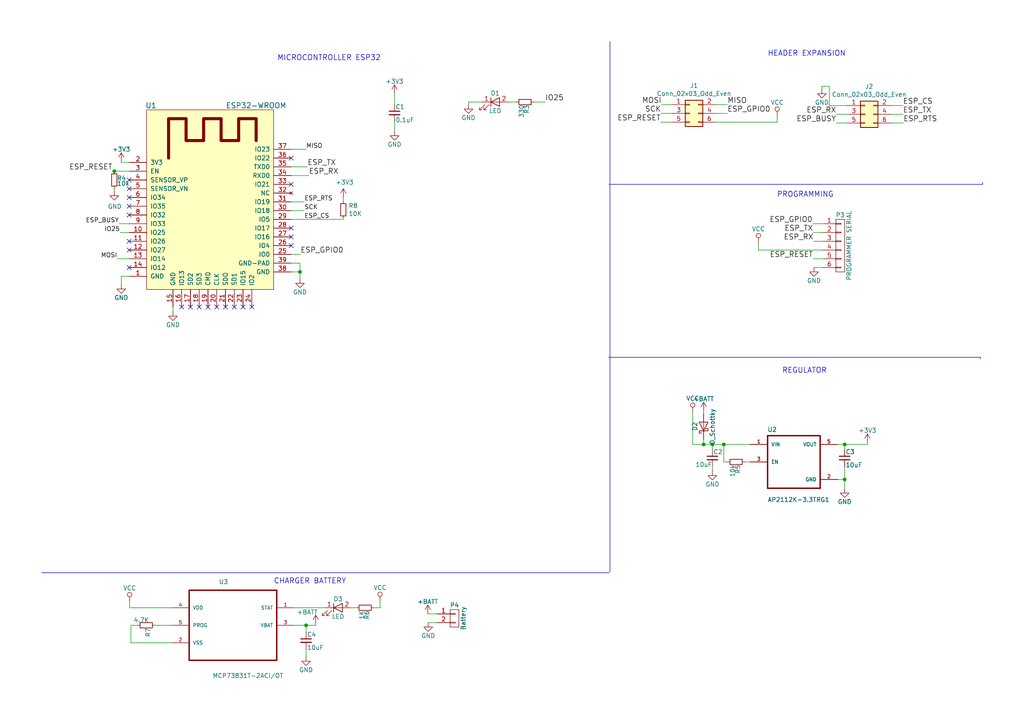
<source format=kicad_sch>
(kicad_sch (version 20230121) (generator eeschema)
  (paper "A4")
  (title_block (title "BackPack Meow Meow: BLE-WiFi-HID") (date "2019-03-17") (rev "0.2") (company "Electronic Cats") (comment 1 "Andres Sabas"))
  (lib_symbols
    (symbol "BLE_WIFI_HID-rescue:+3.3V-power" (power) (pin_names (offset 0))
      (property "Value" "+3.3V-power" (at 0 3.556 0))
      (symbol "+3.3V-power_0_1"
        (polyline (pts (xy -0.762 1.27) (xy 0 2.54)))
        (polyline (pts (xy 0 0) (xy 0 2.54)))
        (polyline (pts (xy 0 2.54) (xy 0.762 1.27)))
      )
      (symbol "+3.3V-power_1_1"
        (pin power_in line (at 0 0 90) (length 0) hide (name "+3V3") (number "1"))
      )
    )
    (symbol "BLE_WIFI_HID-rescue:+3.3V-power1-BLE_WIFI_HID-rescue-BLE_WIFI_HID-rescue" (power) (pin_names (offset 0))
      (property "Value" "+3.3V-power1-BLE_WIFI_HID-rescue-BLE_WIFI_HID-rescue" (at 0 3.556 0))
      (symbol "+3.3V-power1-BLE_WIFI_HID-rescue-BLE_WIFI_HID-rescue_0_1"
        (polyline (pts (xy -0.762 1.27) (xy 0 2.54)))
        (polyline (pts (xy 0 0) (xy 0 2.54)))
        (polyline (pts (xy 0 2.54) (xy 0.762 1.27)))
      )
      (symbol "+3.3V-power1-BLE_WIFI_HID-rescue-BLE_WIFI_HID-rescue_1_1"
        (pin power_in line (at 0 0 90) (length 0) hide (name "+3V3") (number "1"))
      )
    )
    (symbol "BLE_WIFI_HID-rescue:+BATT-power1-BLE_WIFI_HID-rescue-BLE_WIFI_HID-rescue" (power) (pin_names (offset 0))
      (property "Value" "+BATT-power1-BLE_WIFI_HID-rescue-BLE_WIFI_HID-rescue" (at 0 3.556 0))
      (symbol "+BATT-power1-BLE_WIFI_HID-rescue-BLE_WIFI_HID-rescue_0_1"
        (polyline (pts (xy -0.762 1.27) (xy 0 2.54)))
        (polyline (pts (xy 0 0) (xy 0 2.54)))
        (polyline (pts (xy 0 2.54) (xy 0.762 1.27)))
      )
      (symbol "+BATT-power1-BLE_WIFI_HID-rescue-BLE_WIFI_HID-rescue_1_1"
        (pin power_in line (at 0 0 90) (length 0) hide (name "+BATT") (number "1"))
      )
    )
    (symbol "BLE_WIFI_HID-rescue:AP2112K-3.3TRG1-electroniccats" (pin_names (offset 1.016))
      (property "Reference" "U" (at -7.6708 8.6614 0))
      (property "Value" "AP2112K-3.3TRG1-electroniccats" (at -7.6454 -11.6586 0))
      (symbol "AP2112K-3.3TRG1-electroniccats_0_0"
        (polyline (pts (xy -7.62 -7.62) (xy -7.62 7.62)) (stroke (width 0.4064)))
        (polyline (pts (xy -7.62 7.62) (xy 7.62 7.62)) (stroke (width 0.4064)))
        (polyline (pts (xy 7.62 -7.62) (xy -7.62 -7.62)) (stroke (width 0.4064)))
        (polyline (pts (xy 7.62 7.62) (xy 7.62 -7.62)) (stroke (width 0.4064)))
        (pin power_in line (at -12.7 5.08 0) (length 5.08) (name "VIN") (number "1"))
        (pin power_in line (at 12.7 -5.08 180) (length 5.08) (name "GND") (number "2"))
        (pin input line (at -12.7 0 0) (length 5.08) (name "EN") (number "3"))
        (pin power_in line (at 12.7 5.08 180) (length 5.08) (name "VOUT") (number "5"))
      )
    )
    (symbol "BLE_WIFI_HID-rescue:CONN_01X02-conn-BLE_WIFI_HID-rescue-BLE_WIFI_HID-rescue" (pin_names (offset 1.016) hide)
      (property "Reference" "P" (at 0 3.81 0))
      (property "Value" "CONN_01X02-conn-BLE_WIFI_HID-rescue-BLE_WIFI_HID-rescue" (at 2.54 0 90))
      (symbol "CONN_01X02-conn-BLE_WIFI_HID-rescue-BLE_WIFI_HID-rescue_0_1"
        (rectangle (start -1.27 -1.143) (end 0.254 -1.397))
        (rectangle (start -1.27 1.397) (end 0.254 1.143))
        (rectangle (start -1.27 2.54) (end 1.27 -2.54))
      )
      (symbol "CONN_01X02-conn-BLE_WIFI_HID-rescue-BLE_WIFI_HID-rescue_1_1"
        (pin passive line (at -5.08 1.27 0) (length 3.81) (name "P1") (number "1"))
        (pin passive line (at -5.08 -1.27 0) (length 3.81) (name "P2") (number "2"))
      )
    )
    (symbol "BLE_WIFI_HID-rescue:CONN_01X06-conn-BLE_WIFI_HID-rescue-BLE_WIFI_HID-rescue" (pin_names (offset 1.016) hide)
      (property "Reference" "P" (at 0 8.89 0))
      (property "Value" "CONN_01X06-conn-BLE_WIFI_HID-rescue-BLE_WIFI_HID-rescue" (at 2.54 0 90))
      (symbol "CONN_01X06-conn-BLE_WIFI_HID-rescue-BLE_WIFI_HID-rescue_0_1"
        (rectangle (start -1.27 -6.223) (end 0.254 -6.477))
        (rectangle (start -1.27 -3.683) (end 0.254 -3.937))
        (rectangle (start -1.27 -1.143) (end 0.254 -1.397))
        (rectangle (start -1.27 1.397) (end 0.254 1.143))
        (rectangle (start -1.27 3.937) (end 0.254 3.683))
        (rectangle (start -1.27 6.477) (end 0.254 6.223))
        (rectangle (start -1.27 7.62) (end 1.27 -7.62))
      )
      (symbol "CONN_01X06-conn-BLE_WIFI_HID-rescue-BLE_WIFI_HID-rescue_1_1"
        (pin passive line (at -5.08 6.35 0) (length 3.81) (name "P1") (number "1"))
        (pin passive line (at -5.08 3.81 0) (length 3.81) (name "P2") (number "2"))
        (pin passive line (at -5.08 1.27 0) (length 3.81) (name "P3") (number "3"))
        (pin passive line (at -5.08 -1.27 0) (length 3.81) (name "P4") (number "4"))
        (pin passive line (at -5.08 -3.81 0) (length 3.81) (name "P5") (number "5"))
        (pin passive line (at -5.08 -6.35 0) (length 3.81) (name "P6") (number "6"))
      )
    )
    (symbol "BLE_WIFI_HID-rescue:C_Small-device-BLE_WIFI_HID-rescue-BLE_WIFI_HID-rescue" (pin_numbers hide) (pin_names (offset 0.254) hide)
      (property "Reference" "C" (at 0.254 1.778 0))
      (property "Value" "C_Small-device-BLE_WIFI_HID-rescue-BLE_WIFI_HID-rescue" (at 0.254 -2.032 0))
      (symbol "C_Small-device-BLE_WIFI_HID-rescue-BLE_WIFI_HID-rescue_0_1"
        (polyline (pts (xy -1.524 -0.508) (xy 1.524 -0.508)) (stroke (width 0.3302)))
        (polyline (pts (xy -1.524 0.508) (xy 1.524 0.508)) (stroke (width 0.3048)))
      )
      (symbol "C_Small-device-BLE_WIFI_HID-rescue-BLE_WIFI_HID-rescue_1_1"
        (pin passive line (at 0 2.54 270) (length 2.032) (name "~") (number "1"))
        (pin passive line (at 0 -2.54 90) (length 2.032) (name "~") (number "2"))
      )
    )
    (symbol "BLE_WIFI_HID-rescue:D_Schottky-device-BLE_WIFI_HID-rescue-BLE_WIFI_HID-rescue" (pin_numbers hide) (pin_names (offset 1.016) hide)
      (property "Reference" "D" (at 0 2.54 0))
      (property "Value" "D_Schottky-device-BLE_WIFI_HID-rescue-BLE_WIFI_HID-rescue" (at 0 -2.54 0))
      (symbol "D_Schottky-device-BLE_WIFI_HID-rescue-BLE_WIFI_HID-rescue_0_1"
        (polyline (pts (xy 1.27 0) (xy -1.27 0)))
        (polyline (pts (xy 1.27 1.27) (xy 1.27 -1.27) (xy -1.27 0) (xy 1.27 1.27)) (stroke (width 0.2032)))
        (polyline (pts (xy -1.905 0.635) (xy -1.905 1.27) (xy -1.27 1.27) (xy -1.27 -1.27) (xy -0.635 -1.27) (xy -0.635 -0.635)) (stroke (width 0.2032)))
      )
      (symbol "D_Schottky-device-BLE_WIFI_HID-rescue-BLE_WIFI_HID-rescue_1_1"
        (pin passive line (at -3.81 0 0) (length 2.54) (name "K") (number "1"))
        (pin passive line (at 3.81 0 180) (length 2.54) (name "A") (number "2"))
      )
    )
    (symbol "BLE_WIFI_HID-rescue:ESP32-WROOM-ESP32-footprints-Shem-Lib-BLE_WIFI_HID-rescue-BLE_WIFI_HID-rescue" (pin_names (offset 1.016))
      (property "Reference" "U" (at -17.78 31.75 0))
      (property "Value" "ESP32-WROOM-ESP32-footprints-Shem-Lib-BLE_WIFI_HID-rescue-BLE_WIFI_HID-rescue" (at 12.7 31.75 0))
      (symbol "ESP32-WROOM-ESP32-footprints-Shem-Lib-BLE_WIFI_HID-rescue-BLE_WIFI_HID-rescue_0_1"
        (rectangle (start -19.05 30.48) (end 17.78 -21.59) (fill (type background)))
        (polyline (pts (xy -12.7 16.51) (xy -12.7 27.94) (xy -7.62 27.94) (xy -7.62 21.59) (xy -2.54 21.59) (xy -2.54 27.94) (xy 2.54 27.94) (xy 2.54 21.59) (xy 7.62 21.59) (xy 7.62 27.94) (xy 12.7 27.94) (xy 12.7 21.59)) (stroke (width 0.889)))
      )
      (symbol "ESP32-WROOM-ESP32-footprints-Shem-Lib-BLE_WIFI_HID-rescue-BLE_WIFI_HID-rescue_1_1"
        (pin power_out line (at -24.13 -17.78 0) (length 5.08) (name "GND") (number "1"))
        (pin bidirectional line (at -24.13 -5.08 0) (length 5.08) (name "IO25") (number "10"))
        (pin bidirectional line (at -24.13 -7.62 0) (length 5.08) (name "IO26") (number "11"))
        (pin bidirectional line (at -24.13 -10.16 0) (length 5.08) (name "IO27") (number "12"))
        (pin bidirectional line (at -24.13 -12.7 0) (length 5.08) (name "IO14") (number "13"))
        (pin bidirectional line (at -24.13 -15.24 0) (length 5.08) (name "IO12") (number "14"))
        (pin power_in line (at -11.43 -26.67 90) (length 5.08) (name "GND") (number "15"))
        (pin bidirectional line (at -8.89 -26.67 90) (length 5.08) (name "IO13") (number "16"))
        (pin bidirectional line (at -6.35 -26.67 90) (length 5.08) (name "SD2") (number "17"))
        (pin bidirectional line (at -3.81 -26.67 90) (length 5.08) (name "SD3") (number "18"))
        (pin bidirectional line (at -1.27 -26.67 90) (length 5.08) (name "CMD") (number "19"))
        (pin power_in line (at -24.13 15.24 0) (length 5.08) (name "3V3") (number "2"))
        (pin input line (at 1.27 -26.67 90) (length 5.08) (name "CLK") (number "20"))
        (pin bidirectional line (at 3.81 -26.67 90) (length 5.08) (name "SDO") (number "21"))
        (pin bidirectional line (at 6.35 -26.67 90) (length 5.08) (name "SD1") (number "22"))
        (pin bidirectional line (at 8.89 -26.67 90) (length 5.08) (name "IO15") (number "23"))
        (pin bidirectional line (at 11.43 -26.67 90) (length 5.08) (name "IO2") (number "24"))
        (pin bidirectional line (at 22.86 -11.43 180) (length 5.08) (name "IO0") (number "25"))
        (pin input line (at 22.86 -8.89 180) (length 5.08) (name "IO4") (number "26"))
        (pin bidirectional line (at 22.86 -6.35 180) (length 5.08) (name "IO16") (number "27"))
        (pin bidirectional line (at 22.86 -3.81 180) (length 5.08) (name "IO17") (number "28"))
        (pin bidirectional line (at 22.86 -1.27 180) (length 5.08) (name "IO5") (number "29"))
        (pin input line (at -24.13 12.7 0) (length 5.08) (name "EN") (number "3"))
        (pin input line (at 22.86 1.27 180) (length 5.08) (name "IO18") (number "30"))
        (pin bidirectional line (at 22.86 3.81 180) (length 5.08) (name "IO19") (number "31"))
        (pin no_connect line (at 22.86 6.35 180) (length 5.08) (name "NC") (number "32"))
        (pin bidirectional line (at 22.86 8.89 180) (length 5.08) (name "IO21") (number "33"))
        (pin bidirectional line (at 22.86 11.43 180) (length 5.08) (name "RXD0") (number "34"))
        (pin bidirectional line (at 22.86 13.97 180) (length 5.08) (name "TXD0") (number "35"))
        (pin bidirectional line (at 22.86 16.51 180) (length 5.08) (name "IO22") (number "36"))
        (pin bidirectional line (at 22.86 19.05 180) (length 5.08) (name "IO23") (number "37"))
        (pin power_in line (at 22.86 -16.51 180) (length 5.08) (name "GND") (number "38"))
        (pin power_in line (at 22.86 -13.97 180) (length 5.08) (name "GND-PAD") (number "39"))
        (pin input line (at -24.13 10.16 0) (length 5.08) (name "SENSOR_VP") (number "4"))
        (pin input line (at -24.13 7.62 0) (length 5.08) (name "SENSOR_VN") (number "5"))
        (pin bidirectional line (at -24.13 5.08 0) (length 5.08) (name "IO34") (number "6"))
        (pin bidirectional line (at -24.13 2.54 0) (length 5.08) (name "IO35") (number "7"))
        (pin bidirectional line (at -24.13 0 0) (length 5.08) (name "IO32") (number "8"))
        (pin bidirectional line (at -24.13 -2.54 0) (length 5.08) (name "IO33") (number "9"))
      )
    )
    (symbol "BLE_WIFI_HID-rescue:GND-power1-BLE_WIFI_HID-rescue-BLE_WIFI_HID-rescue" (power) (pin_names (offset 0))
      (property "Value" "GND-power1-BLE_WIFI_HID-rescue-BLE_WIFI_HID-rescue" (at 0 -3.81 0))
      (symbol "GND-power1-BLE_WIFI_HID-rescue-BLE_WIFI_HID-rescue_0_1"
        (polyline (pts (xy 0 0) (xy 0 -1.27) (xy 1.27 -1.27) (xy 0 -2.54) (xy -1.27 -1.27) (xy 0 -1.27)))
      )
      (symbol "GND-power1-BLE_WIFI_HID-rescue-BLE_WIFI_HID-rescue_1_1"
        (pin power_in line (at 0 0 270) (length 0) hide (name "GND") (number "1"))
      )
    )
    (symbol "BLE_WIFI_HID-rescue:LED-device-BLE_WIFI_HID-rescue-BLE_WIFI_HID-rescue" (pin_names (offset 1.016) hide)
      (property "Reference" "D" (at 0 2.54 0))
      (property "Value" "LED-device-BLE_WIFI_HID-rescue-BLE_WIFI_HID-rescue" (at 0 -2.54 0))
      (symbol "LED-device-BLE_WIFI_HID-rescue-BLE_WIFI_HID-rescue_0_1"
        (polyline (pts (xy -1.27 -1.27) (xy -1.27 1.27)) (stroke (width 0.2032)))
        (polyline (pts (xy -1.27 0) (xy 1.27 0)))
        (polyline (pts (xy 1.27 -1.27) (xy 1.27 1.27) (xy -1.27 0) (xy 1.27 -1.27)) (stroke (width 0.2032)))
        (polyline (pts (xy -3.048 -0.762) (xy -4.572 -2.286) (xy -3.81 -2.286) (xy -4.572 -2.286) (xy -4.572 -1.524)))
        (polyline (pts (xy -1.778 -0.762) (xy -3.302 -2.286) (xy -2.54 -2.286) (xy -3.302 -2.286) (xy -3.302 -1.524)))
      )
      (symbol "LED-device-BLE_WIFI_HID-rescue-BLE_WIFI_HID-rescue_1_1"
        (pin passive line (at -3.81 0 0) (length 2.54) (name "K") (number "1"))
        (pin passive line (at 3.81 0 180) (length 2.54) (name "A") (number "2"))
      )
    )
    (symbol "BLE_WIFI_HID-rescue:MCP73831T-2ACI_OT-MCP73831T-2ACI_OT-BLE_WIFI_HID-rescue-BLE_WIFI_HID-rescue" (pin_names (offset 1.016))
      (property "Reference" "U" (at -4.1148 10.0584 0))
      (property "Value" "MCP73831T-2ACI_OT-MCP73831T-2ACI_OT-BLE_WIFI_HID-rescue-BLE_WIFI_HID-rescue" (at -5.9436 -17.1704 0))
      (symbol "MCP73831T-2ACI_OT-MCP73831T-2ACI_OT-BLE_WIFI_HID-rescue-BLE_WIFI_HID-rescue_0_0"
        (polyline (pts (xy -12.7 -12.7) (xy 12.7 -12.7)) (stroke (width 0.4064)))
        (polyline (pts (xy -12.7 7.62) (xy -12.7 -12.7)) (stroke (width 0.4064)))
        (polyline (pts (xy 12.7 -12.7) (xy 12.7 7.62)) (stroke (width 0.4064)))
        (polyline (pts (xy 12.7 7.62) (xy -12.7 7.62)) (stroke (width 0.4064)))
        (pin output line (at 17.78 2.54 180) (length 5.08) (name "STAT") (number "1"))
        (pin input line (at -17.78 -7.62 0) (length 5.08) (name "VSS") (number "2"))
        (pin output line (at 17.78 -2.54 180) (length 5.08) (name "VBAT") (number "3"))
        (pin input line (at -17.78 2.54 0) (length 5.08) (name "VDD") (number "4"))
        (pin input line (at -17.78 -2.54 0) (length 5.08) (name "PROG") (number "5"))
      )
    )
    (symbol "BLE_WIFI_HID-rescue:R_Small-device-BLE_WIFI_HID-rescue-BLE_WIFI_HID-rescue" (pin_numbers hide) (pin_names (offset 0.254) hide)
      (property "Reference" "R" (at 0.762 0.508 0))
      (property "Value" "R_Small-device-BLE_WIFI_HID-rescue-BLE_WIFI_HID-rescue" (at 0.762 -1.016 0))
      (symbol "R_Small-device-BLE_WIFI_HID-rescue-BLE_WIFI_HID-rescue_0_1"
        (rectangle (start -0.762 1.778) (end 0.762 -1.778) (stroke (width 0.2032)))
      )
      (symbol "R_Small-device-BLE_WIFI_HID-rescue-BLE_WIFI_HID-rescue_1_1"
        (pin passive line (at 0 2.54 270) (length 0.762) (name "~") (number "1"))
        (pin passive line (at 0 -2.54 90) (length 0.762) (name "~") (number "2"))
      )
    )
    (symbol "BLE_WIFI_HID-rescue:VCC-power1-BLE_WIFI_HID-rescue-BLE_WIFI_HID-rescue" (power) (pin_names (offset 0))
      (property "Value" "VCC-power1-BLE_WIFI_HID-rescue-BLE_WIFI_HID-rescue" (at 0 3.81 0))
      (symbol "VCC-power1-BLE_WIFI_HID-rescue-BLE_WIFI_HID-rescue_0_1"
        (polyline (pts (xy 0 0) (xy 0 1.27)))
        (circle (center 0 1.905) (radius 0.635))
      )
      (symbol "VCC-power1-BLE_WIFI_HID-rescue-BLE_WIFI_HID-rescue_1_1"
        (pin power_in line (at 0 0 90) (length 0) hide (name "VCC") (number "1"))
      )
    )
    (symbol "Connector_Generic:Conn_02x03_Odd_Even" (pin_names (offset 1.016) hide)
      (property "Reference" "J" (at 1.27 5.08 0))
      (property "Value" "Conn_02x03_Odd_Even" (at 1.27 -5.08 0))
      (symbol "Conn_02x03_Odd_Even_1_1"
        (rectangle (start -1.27 -2.413) (end 0 -2.667) (stroke (width 0.1524)))
        (rectangle (start -1.27 0.127) (end 0 -0.127) (stroke (width 0.1524)))
        (rectangle (start -1.27 2.667) (end 0 2.413) (stroke (width 0.1524)))
        (rectangle (start -1.27 3.81) (end 3.81 -3.81) (stroke (width 0.254)) (fill (type background)))
        (rectangle (start 3.81 -2.413) (end 2.54 -2.667) (stroke (width 0.1524)))
        (rectangle (start 3.81 0.127) (end 2.54 -0.127) (stroke (width 0.1524)))
        (rectangle (start 3.81 2.667) (end 2.54 2.413) (stroke (width 0.1524)))
        (pin passive line (at -5.08 2.54 0) (length 3.81) (name "Pin_1") (number "1"))
        (pin passive line (at 7.62 2.54 180) (length 3.81) (name "Pin_2") (number "2"))
        (pin passive line (at -5.08 0 0) (length 3.81) (name "Pin_3") (number "3"))
        (pin passive line (at 7.62 0 180) (length 3.81) (name "Pin_4") (number "4"))
        (pin passive line (at -5.08 -2.54 0) (length 3.81) (name "Pin_5") (number "5"))
        (pin passive line (at 7.62 -2.54 180) (length 3.81) (name "Pin_6") (number "6"))
      )
    )
    (symbol "Device:R_Small" (pin_numbers hide) (pin_names (offset 0.254) hide)
      (property "Reference" "R" (at 0.762 0.508 0))
      (property "Value" "R_Small" (at 0.762 -1.016 0))
      (symbol "R_Small_0_1"
        (rectangle (start -0.762 1.778) (end 0.762 -1.778) (stroke (width 0.2032)))
      )
      (symbol "R_Small_1_1"
        (pin passive line (at 0 2.54 270) (length 0.762) (name "~") (number "1"))
        (pin passive line (at 0 -2.54 90) (length 0.762) (name "~") (number "2"))
      )
    )
    (symbol "power:GND" (power) (pin_names (offset 0))
      (property "Value" "GND" (at 0 -3.81 0))
      (symbol "GND_0_1"
        (polyline (pts (xy 0 0) (xy 0 -1.27) (xy 1.27 -1.27) (xy 0 -2.54) (xy -1.27 -1.27) (xy 0 -1.27)))
      )
      (symbol "GND_1_1"
        (pin power_in line (at 0 0 270) (length 0) hide (name "GND") (number "1"))
      )
    )
  )
  (junction (at 206.629 128.905))
  (junction (at 88.773 181.356))
  (junction (at 86.995 78.867))
  (junction (at 33.147 49.657))
  (junction (at 244.983 128.905))
  (junction (at 204.089 128.905))
  (junction (at 244.983 139.065))
  (junction (at 209.931 128.905))
  (no_connect (at 62.865 89.027))
  (no_connect (at 52.705 89.027))
  (no_connect (at 65.405 89.027))
  (no_connect (at 84.455 53.467))
  (no_connect (at 37.465 72.517))
  (no_connect (at 37.465 59.817))
  (no_connect (at 60.325 89.027))
  (no_connect (at 37.465 62.357))
  (no_connect (at 84.455 68.707))
  (no_connect (at 55.245 89.027))
  (no_connect (at 37.465 54.737))
  (no_connect (at 70.485 89.027))
  (no_connect (at 67.945 89.027))
  (no_connect (at 37.465 57.277))
  (no_connect (at 84.455 71.247))
  (no_connect (at 37.465 69.977))
  (no_connect (at 84.455 66.167))
  (no_connect (at 37.465 77.597))
  (no_connect (at 57.785 89.027))
  (no_connect (at 84.455 45.847))
  (no_connect (at 73.025 89.027))
  (no_connect (at 37.465 52.197))
  (wire (pts (xy 242.951 128.905) (xy 244.983 128.905)))
  (wire (pts (xy 114.427 35.306) (xy 114.427 38.1)))
  (wire (pts (xy 84.455 61.087) (xy 88.265 61.087)))
  (wire (pts (xy 84.455 73.787) (xy 87.122 73.787)))
  (wire (pts (xy 251.587 128.905) (xy 251.587 128.397)))
  (wire (pts (xy 225.425 35.433) (xy 225.425 33.528)))
  (wire (pts (xy 204.089 128.905) (xy 206.629 128.905)))
  (wire (pts (xy 258.445 35.687) (xy 262.001 35.687)))
  (wire (pts (xy 91.567 181.356) (xy 91.567 180.975)))
  (wire (pts (xy 35.179 80.137) (xy 35.179 82.55)))
  (wire (pts (xy 85.344 181.356) (xy 88.773 181.356)))
  (wire (pts (xy 33.147 49.657) (xy 32.639 49.657)))
  (wire (pts (xy 49.784 176.276) (xy 37.592 176.276)))
  (wire (pts (xy 39.878 181.356) (xy 37.973 181.356)))
  (wire (pts (xy 154.813 29.591) (xy 158.115 29.591)))
  (wire (pts (xy 126.746 178.054) (xy 124.079 178.054)))
  (wire (pts (xy 88.773 183.261) (xy 88.773 181.356)))
  (wire (pts (xy 50.165 90.424) (xy 50.165 89.027)))
  (wire (pts (xy 207.645 35.433) (xy 225.425 35.433)))
  (polyline (pts (xy 176.657 53.467) (xy 284.988 53.467)))
  (wire (pts (xy 88.773 188.341) (xy 88.773 190.5)))
  (polyline (pts (xy 176.53 103.632) (xy 284.353 103.632)))
  (wire (pts (xy 238.633 64.897) (xy 235.712 64.897)))
  (wire (pts (xy 238.633 77.597) (xy 236.093 77.597)))
  (wire (pts (xy 244.983 130.302) (xy 244.983 128.905)))
  (polyline (pts (xy 176.657 166.116) (xy 12.192 166.116)))
  (wire (pts (xy 206.629 130.302) (xy 206.629 128.905)))
  (wire (pts (xy 86.995 78.867) (xy 86.995 80.899)))
  (polyline (pts (xy 12.192 166.116) (xy 12.192 165.989)))
  (wire (pts (xy 240.538 30.607) (xy 245.745 30.607)))
  (wire (pts (xy 209.931 133.985) (xy 209.931 128.905)))
  (wire (pts (xy 84.455 63.627) (xy 99.568 63.627)))
  (wire (pts (xy 200.914 128.905) (xy 204.089 128.905)))
  (wire (pts (xy 84.455 78.867) (xy 86.995 78.867)))
  (wire (pts (xy 244.983 135.382) (xy 244.983 139.065)))
  (wire (pts (xy 85.344 176.276) (xy 94.234 176.276)))
  (wire (pts (xy 88.773 181.356) (xy 91.567 181.356)))
  (wire (pts (xy 207.645 32.893) (xy 210.947 32.893)))
  (wire (pts (xy 238.633 67.437) (xy 235.839 67.437)))
  (wire (pts (xy 206.629 135.382) (xy 206.629 136.652)))
  (wire (pts (xy 210.947 133.985) (xy 209.931 133.985)))
  (wire (pts (xy 200.914 119.38) (xy 200.914 128.905)))
  (wire (pts (xy 245.745 33.147) (xy 242.57 33.147)))
  (wire (pts (xy 37.973 186.436) (xy 49.784 186.436)))
  (wire (pts (xy 84.455 48.387) (xy 89.154 48.387)))
  (wire (pts (xy 242.951 139.065) (xy 244.983 139.065)))
  (wire (pts (xy 33.147 54.737) (xy 33.147 55.499)))
  (wire (pts (xy 84.455 58.547) (xy 88.265 58.547)))
  (wire (pts (xy 135.89 29.591) (xy 135.89 30.353)))
  (wire (pts (xy 37.465 64.897) (xy 34.544 64.897)))
  (wire (pts (xy 114.427 30.226) (xy 114.427 27.178)))
  (wire (pts (xy 84.455 76.327) (xy 86.995 76.327)))
  (wire (pts (xy 126.746 180.594) (xy 124.206 180.594)))
  (wire (pts (xy 258.445 30.607) (xy 261.874 30.607)))
  (wire (pts (xy 99.568 63.627) (xy 99.568 63.373)))
  (wire (pts (xy 206.629 128.905) (xy 209.931 128.905)))
  (wire (pts (xy 217.551 133.985) (xy 216.027 133.985)))
  (wire (pts (xy 244.983 139.065) (xy 244.983 141.732)))
  (polyline (pts (xy 176.911 165.862) (xy 176.911 12.065)))
  (wire (pts (xy 238.633 69.977) (xy 235.966 69.977)))
  (wire (pts (xy 37.465 67.437) (xy 34.798 67.437)))
  (wire (pts (xy 238.379 25.019) (xy 238.379 25.908)))
  (wire (pts (xy 84.455 50.927) (xy 89.535 50.927)))
  (wire (pts (xy 238.633 75.057) (xy 235.839 75.057)))
  (wire (pts (xy 194.945 30.353) (xy 191.897 30.353)))
  (wire (pts (xy 110.236 176.276) (xy 110.236 174.244)))
  (wire (pts (xy 194.945 32.893) (xy 191.77 32.893)))
  (wire (pts (xy 35.179 47.117) (xy 35.179 46.863)))
  (wire (pts (xy 86.995 76.327) (xy 86.995 78.867)))
  (wire (pts (xy 204.089 119.888) (xy 204.089 119.253)))
  (wire (pts (xy 258.445 33.147) (xy 261.874 33.147)))
  (wire (pts (xy 207.645 30.353) (xy 210.947 30.353)))
  (wire (pts (xy 37.465 49.657) (xy 33.147 49.657)))
  (polyline (pts (xy 284.988 53.467) (xy 284.988 52.832)))
  (wire (pts (xy 219.964 72.517) (xy 219.964 70.231)))
  (wire (pts (xy 37.973 181.356) (xy 37.973 186.436)))
  (wire (pts (xy 209.931 128.905) (xy 217.551 128.905)))
  (wire (pts (xy 101.854 176.276) (xy 103.378 176.276)))
  (wire (pts (xy 37.465 80.137) (xy 35.179 80.137)))
  (wire (pts (xy 245.745 35.687) (xy 242.57 35.687)))
  (wire (pts (xy 84.455 43.307) (xy 88.773 43.307)))
  (wire (pts (xy 37.465 47.117) (xy 35.179 47.117)))
  (wire (pts (xy 37.592 176.276) (xy 37.592 174.371)))
  (wire (pts (xy 147.447 29.591) (xy 149.733 29.591)))
  (wire (pts (xy 244.983 128.905) (xy 251.587 128.905)))
  (wire (pts (xy 219.964 72.517) (xy 238.633 72.517)))
  (wire (pts (xy 194.945 35.433) (xy 191.643 35.433)))
  (wire (pts (xy 139.827 29.591) (xy 135.89 29.591)))
  (wire (pts (xy 108.458 176.276) (xy 110.236 176.276)))
  (wire (pts (xy 37.465 75.057) (xy 34.036 75.057)))
  (polyline (pts (xy 284.353 103.632) (xy 284.353 104.14)))
  (wire (pts (xy 240.538 30.607) (xy 240.538 25.019)))
  (wire (pts (xy 204.089 127.508) (xy 204.089 128.905)))
  (wire (pts (xy 49.784 181.356) (xy 44.958 181.356)))
  (wire (pts (xy 240.538 25.019) (xy 238.379 25.019)))
  (wire (pts (xy 99.568 58.293) (xy 99.568 57.277)))
  (text "HEADER EXPANSION" (at 222.631 16.51 0) (effects (font (size 1.524 1.524)) (justify left bottom)))
  (text "MICROCONTROLLER ESP32" (at 80.391 17.78 0) (effects (font (size 1.524 1.524)) (justify left bottom)))
  (text "CHARGER BATTERY" (at 79.375 169.545 0) (effects (font (size 1.524 1.524)) (justify left bottom)))
  (text "PROGRAMMING" (at 225.298 57.404 0) (effects (font (size 1.524 1.524)) (justify left bottom)))
  (text "REGULATOR" (at 226.822 108.458 0) (effects (font (size 1.524 1.524)) (justify left bottom)))
  (label "IO25" (at 158.115 29.591 0) (effects (font (size 1.524 1.524))))
  (label "ESP_RTS" (at 262.001 35.687 0) (effects (font (size 1.524 1.524))))
  (label "ESP_RESET" (at 235.839 75.057 180) (effects (font (size 1.524 1.524))))
  (label "ESP_RX" (at 235.966 69.977 180) (effects (font (size 1.524 1.524))))
  (label "ESP_CS" (at 88.265 63.627 0))
  (label "MOSI" (at 191.897 30.353 180) (effects (font (size 1.524 1.524))))
  (label "ESP_RESET" (at 191.643 35.433 180) (effects (font (size 1.524 1.524))))
  (label "ESP_GPIO0" (at 87.122 73.787 0) (effects (font (size 1.524 1.524))))
  (label "ESP_GPIO0" (at 210.947 32.893 0) (effects (font (size 1.524 1.524))))
  (label "ESP_TX" (at 89.154 48.387 0) (effects (font (size 1.524 1.524))))
  (label "IO25" (at 34.798 67.437 180))
  (label "ESP_GPIO0" (at 235.712 64.897 180) (effects (font (size 1.524 1.524))))
  (label "ESP_RTS" (at 88.265 58.547 0))
  (label "ESP_BUSY" (at 34.544 64.897 180))
  (label "SCK" (at 191.77 32.893 180) (effects (font (size 1.524 1.524))))
  (label "MISO" (at 210.947 30.353 0) (effects (font (size 1.524 1.524))))
  (label "MISO" (at 88.773 43.307 0))
  (label "SCK" (at 88.265 61.087 0))
  (label "ESP_TX" (at 235.839 67.437 180) (effects (font (size 1.524 1.524))))
  (label "ESP_CS" (at 261.874 30.607 0) (effects (font (size 1.524 1.524))))
  (label "ESP_TX" (at 261.874 33.147 0) (effects (font (size 1.524 1.524))))
  (label "ESP_RX" (at 89.535 50.927 0) (effects (font (size 1.524 1.524))))
  (label "MOSI" (at 34.036 75.057 180))
  (label "ESP_RESET" (at 32.639 49.657 180) (effects (font (size 1.524 1.524))))
  (label "ESP_RX" (at 242.57 33.147 180) (effects (font (size 1.524 1.524))))
  (label "ESP_BUSY" (at 242.57 35.687 180) (effects (font (size 1.524 1.524))))
  (symbol (lib_id "BLE_WIFI_HID-rescue:LED-device-BLE_WIFI_HID-rescue-BLE_WIFI_HID-rescue") (at 143.637 29.591 0) (unit 1)
    (property "Reference" "D1" (at 143.637 27.051 0))
    (property "Value" "LED" (at 143.637 32.131 0))
    (property "Footprint" "LEDs:LED_0805_HandSoldering" (effects hide))
  )
  (symbol (lib_id "BLE_WIFI_HID-rescue:R_Small-device-BLE_WIFI_HID-rescue-BLE_WIFI_HID-rescue") (at 152.273 29.591 270) (unit 1)
    (property "Reference" "R3" (at 152.781 30.353 0) (effects (justify left)))
    (property "Value" "330" (at 151.257 30.353 0) (effects (justify left)))
    (property "Footprint" "Resistors_SMD:R_0805_HandSoldering" (effects hide))
  )
  (symbol (lib_id "BLE_WIFI_HID-rescue:R_Small-device-BLE_WIFI_HID-rescue-BLE_WIFI_HID-rescue") (at 105.918 176.276 270) (unit 1)
    (property "Reference" "R6" (at 106.426 177.038 0) (effects (justify left)))
    (property "Value" "1K" (at 104.902 177.038 0) (effects (justify left)))
    (property "Footprint" "Resistors_SMD:R_0805_HandSoldering" (effects hide))
  )
  (symbol (lib_id "BLE_WIFI_HID-rescue:R_Small-device-BLE_WIFI_HID-rescue-BLE_WIFI_HID-rescue") (at 42.418 181.356 270) (unit 1)
    (property "Reference" "R7" (at 42.926 182.118 0) (effects (justify left)))
    (property "Value" "4.7K" (at 38.735 179.832 90) (effects (justify left)))
    (property "Footprint" "Resistors_SMD:R_0805_HandSoldering" (effects hide))
  )
  (symbol (lib_id "BLE_WIFI_HID-rescue:LED-device-BLE_WIFI_HID-rescue-BLE_WIFI_HID-rescue") (at 98.044 176.276 0) (unit 1)
    (property "Reference" "D3" (at 98.044 173.736 0))
    (property "Value" "LED" (at 98.044 178.816 0))
    (property "Footprint" "LEDs:LED_0805_HandSoldering" (effects hide))
  )
  (symbol (lib_id "BLE_WIFI_HID-rescue:C_Small-device-BLE_WIFI_HID-rescue-BLE_WIFI_HID-rescue") (at 88.773 185.801 0) (unit 1)
    (property "Reference" "C4" (at 89.027 184.023 0) (effects (justify left)))
    (property "Value" "10uF" (at 89.027 187.833 0) (effects (justify left)))
    (property "Footprint" "Capacitors_SMD:C_0805_HandSoldering" (effects hide))
  )
  (symbol (lib_id "BLE_WIFI_HID-rescue:C_Small-device-BLE_WIFI_HID-rescue-BLE_WIFI_HID-rescue") (at 114.427 32.766 0) (unit 1)
    (property "Reference" "C1" (at 114.681 30.988 0) (effects (justify left)))
    (property "Value" "0.1uF" (at 114.681 34.798 0) (effects (justify left)))
    (property "Footprint" "Capacitors_SMD:C_0805_HandSoldering" (effects hide))
  )
  (symbol (lib_id "BLE_WIFI_HID-rescue:CONN_01X02-conn-BLE_WIFI_HID-rescue-BLE_WIFI_HID-rescue") (at 131.826 179.324 0) (unit 1)
    (property "Reference" "P4" (at 131.826 175.514 0))
    (property "Value" "Battery" (at 134.366 179.324 90))
    (property "Footprint" "Pin_Headers:Pin_Header_Straight_1x02_Pitch2.54mm" (effects hide))
  )
  (symbol (lib_id "BLE_WIFI_HID-rescue:MCP73831T-2ACI_OT-MCP73831T-2ACI_OT-BLE_WIFI_HID-rescue-BLE_WIFI_HID-rescue") (at 67.564 178.816 0) (unit 1)
    (property "Reference" "U3" (at 63.4492 168.7576 0) (effects (justify left)))
    (property "Value" "MCP73831T-2ACI/OT" (at 61.6204 195.9864 0) (effects (justify left)))
    (property "Footprint" "TO_SOT_Packages_SMD:SOT-23-5_HandSoldering" (effects hide))
    (property "Datasheet" "0.51 USD" (effects hide))
    (property "MF" "Microchip" (effects hide))
    (property "Description" "MCP73831 Series Single-Cell Li-Ion/Li-Polymer Battery Charge Controller SOT-23-5" (effects hide))
    (property "Package" "SOT-23 Microchip" (effects hide))
    (property "Availability" "Good" (effects hide))
    (property "MP" "MCP73831T-2ACI/OT" (effects hide))
  )
  (symbol (lib_id "BLE_WIFI_HID-rescue:+BATT-power1-BLE_WIFI_HID-rescue-BLE_WIFI_HID-rescue") (at 91.567 180.975 0) (unit 1)
    (property "Reference" "#PWR01" (effects hide))
    (property "Value" "+BATT" (at 89.154 177.546 0))
  )
  (symbol (lib_id "BLE_WIFI_HID-rescue:GND-power1-BLE_WIFI_HID-rescue-BLE_WIFI_HID-rescue") (at 88.773 190.5 0) (unit 1)
    (property "Reference" "#PWR02" (effects hide))
    (property "Value" "GND" (at 88.773 194.31 0))
  )
  (symbol (lib_id "BLE_WIFI_HID-rescue:GND-power1-BLE_WIFI_HID-rescue-BLE_WIFI_HID-rescue") (at 124.206 180.594 0) (unit 1)
    (property "Reference" "#PWR03" (effects hide))
    (property "Value" "GND" (at 124.206 184.404 0))
  )
  (symbol (lib_id "BLE_WIFI_HID-rescue:+BATT-power1-BLE_WIFI_HID-rescue-BLE_WIFI_HID-rescue") (at 124.079 178.054 0) (unit 1)
    (property "Reference" "#PWR04" (effects hide))
    (property "Value" "+BATT" (at 124.079 174.498 0))
  )
  (symbol (lib_id "BLE_WIFI_HID-rescue:GND-power1-BLE_WIFI_HID-rescue-BLE_WIFI_HID-rescue") (at 50.165 90.424 0) (unit 1)
    (property "Reference" "#PWR05" (effects hide))
    (property "Value" "GND" (at 50.165 94.234 0))
  )
  (symbol (lib_id "BLE_WIFI_HID-rescue:+3.3V-power1-BLE_WIFI_HID-rescue-BLE_WIFI_HID-rescue") (at 35.179 46.863 0) (unit 1)
    (property "Reference" "#PWR06" (effects hide))
    (property "Value" "+3.3V" (at 35.179 43.307 0))
  )
  (symbol (lib_id "BLE_WIFI_HID-rescue:+3.3V-power1-BLE_WIFI_HID-rescue-BLE_WIFI_HID-rescue") (at 114.427 27.178 0) (unit 1)
    (property "Reference" "#PWR07" (effects hide))
    (property "Value" "+3.3V" (at 114.427 23.622 0))
  )
  (symbol (lib_id "BLE_WIFI_HID-rescue:GND-power1-BLE_WIFI_HID-rescue-BLE_WIFI_HID-rescue") (at 114.427 38.1 0) (unit 1)
    (property "Reference" "#PWR010" (effects hide))
    (property "Value" "GND" (at 114.427 41.91 0))
  )
  (symbol (lib_id "BLE_WIFI_HID-rescue:GND-power1-BLE_WIFI_HID-rescue-BLE_WIFI_HID-rescue") (at 135.89 30.353 0) (unit 1)
    (property "Reference" "#PWR011" (effects hide))
    (property "Value" "GND" (at 135.89 34.163 0))
  )
  (symbol (lib_id "BLE_WIFI_HID-rescue:VCC-power1-BLE_WIFI_HID-rescue-BLE_WIFI_HID-rescue") (at 37.592 174.371 0) (unit 1)
    (property "Reference" "#PWR012" (effects hide))
    (property "Value" "VCC" (at 37.592 170.561 0))
  )
  (symbol (lib_id "BLE_WIFI_HID-rescue:VCC-power1-BLE_WIFI_HID-rescue-BLE_WIFI_HID-rescue") (at 110.236 174.244 0) (unit 1)
    (property "Reference" "#PWR013" (effects hide))
    (property "Value" "VCC" (at 110.236 170.434 0))
  )
  (symbol (lib_id "BLE_WIFI_HID-rescue:ESP32-WROOM-ESP32-footprints-Shem-Lib-BLE_WIFI_HID-rescue-BLE_WIFI_HID-rescue") (at 61.595 62.357 0) (unit 1)
    (property "Reference" "U1" (at 43.815 30.607 0) (effects (font (size 1.524 1.524))))
    (property "Value" "ESP32-WROOM" (at 74.295 30.607 0) (effects (font (size 1.524 1.524))))
    (property "Footprint" "ESP32-footprints-Lib:ESP32-WROOM" (effects hide))
  )
  (symbol (lib_id "BLE_WIFI_HID-rescue:GND-power1-BLE_WIFI_HID-rescue-BLE_WIFI_HID-rescue") (at 86.995 80.899 0) (unit 1)
    (property "Reference" "#PWR014" (effects hide))
    (property "Value" "GND" (at 86.995 84.709 0))
  )
  (symbol (lib_id "BLE_WIFI_HID-rescue:GND-power1-BLE_WIFI_HID-rescue-BLE_WIFI_HID-rescue") (at 35.179 82.55 0) (unit 1)
    (property "Reference" "#PWR015" (effects hide))
    (property "Value" "GND" (at 35.179 86.36 0))
  )
  (symbol (lib_id "BLE_WIFI_HID-rescue:VCC-power1-BLE_WIFI_HID-rescue-BLE_WIFI_HID-rescue") (at 225.425 33.528 0) (unit 1)
    (property "Reference" "#PWR016" (effects hide))
    (property "Value" "VCC" (at 225.425 29.718 0))
  )
  (symbol (lib_id "BLE_WIFI_HID-rescue:GND-power1-BLE_WIFI_HID-rescue-BLE_WIFI_HID-rescue") (at 238.379 25.908 0) (unit 1)
    (property "Reference" "#PWR017" (effects hide))
    (property "Value" "GND" (at 238.379 29.718 0))
  )
  (symbol (lib_id "BLE_WIFI_HID-rescue:CONN_01X06-conn-BLE_WIFI_HID-rescue-BLE_WIFI_HID-rescue") (at 243.713 71.247 0) (unit 1)
    (property "Reference" "P3" (at 243.713 62.357 0))
    (property "Value" "PROGRAMMER SERIAL" (at 246.253 71.247 90))
    (property "Footprint" "Pin_Headers:Pin_Header_Straight_1x06_Pitch2.54mm" (effects hide))
  )
  (symbol (lib_id "BLE_WIFI_HID-rescue:GND-power1-BLE_WIFI_HID-rescue-BLE_WIFI_HID-rescue") (at 236.093 77.597 0) (unit 1)
    (property "Reference" "#PWR018" (effects hide))
    (property "Value" "GND" (at 236.093 81.407 0))
  )
  (symbol (lib_id "BLE_WIFI_HID-rescue:C_Small-device-BLE_WIFI_HID-rescue-BLE_WIFI_HID-rescue") (at 206.629 132.842 0) (unit 1)
    (property "Reference" "C2" (at 206.883 131.064 0) (effects (justify left)))
    (property "Value" "10uF" (at 201.676 134.747 0) (effects (justify left)))
    (property "Footprint" "Capacitors_SMD:C_0805_HandSoldering" (effects hide))
  )
  (symbol (lib_id "BLE_WIFI_HID-rescue:C_Small-device-BLE_WIFI_HID-rescue-BLE_WIFI_HID-rescue") (at 244.983 132.842 0) (unit 1)
    (property "Reference" "C3" (at 245.237 131.064 0) (effects (justify left)))
    (property "Value" "10uF" (at 245.237 134.874 0) (effects (justify left)))
    (property "Footprint" "Capacitors_SMD:C_0805_HandSoldering" (effects hide))
  )
  (symbol (lib_id "BLE_WIFI_HID-rescue:AP2112K-3.3TRG1-electroniccats") (at 230.251 133.985 0) (unit 1)
    (property "Reference" "U2" (at 222.5802 125.3236 0) (effects (justify left bottom)))
    (property "Value" "AP2112K-3.3TRG1" (at 222.6056 145.6436 0) (effects (justify left bottom)))
    (property "Footprint" "TO_SOT_Packages_SMD:SOT-23-5_HandSoldering" (effects hide))
    (property "Datasheet" "SOT-753 Diodes Inc." (effects hide))
    (property "Campo4" "0.15 USD" (effects hide))
    (property "Campo5" "Diodes Inc." (effects hide))
    (property "Campo6" "AP2112K-3.3TRG1" (effects hide))
    (property "Campo7" "Good" (effects hide))
    (property "Campo8" "AP2112 Series 0.6 A 3.3 V Fixed Output SMT LDO Linear Regulator - SOT23-5" (effects hide))
  )
  (symbol (lib_id "BLE_WIFI_HID-rescue:R_Small-device-BLE_WIFI_HID-rescue-BLE_WIFI_HID-rescue") (at 213.487 133.985 270) (unit 1)
    (property "Reference" "R5" (at 213.995 134.747 0) (effects (justify left)))
    (property "Value" "10k" (at 212.471 134.747 0) (effects (justify left)))
    (property "Footprint" "Resistors_SMD:R_0805_HandSoldering" (effects hide))
  )
  (symbol (lib_id "BLE_WIFI_HID-rescue:GND-power1-BLE_WIFI_HID-rescue-BLE_WIFI_HID-rescue") (at 206.629 136.652 0) (unit 1)
    (property "Reference" "#PWR019" (effects hide))
    (property "Value" "GND" (at 206.629 140.462 0))
  )
  (symbol (lib_id "BLE_WIFI_HID-rescue:D_Schottky-device-BLE_WIFI_HID-rescue-BLE_WIFI_HID-rescue") (at 204.089 123.698 90) (unit 1)
    (property "Reference" "D2" (at 201.549 123.698 0))
    (property "Value" "D_Schottky" (at 206.629 123.698 0))
    (property "Footprint" "Diodes_SMD:D_SOD-123F" (effects hide))
  )
  (symbol (lib_id "BLE_WIFI_HID-rescue:+BATT-power1-BLE_WIFI_HID-rescue-BLE_WIFI_HID-rescue") (at 204.089 119.253 0) (unit 1)
    (property "Reference" "#PWR020" (effects hide))
    (property "Value" "+BATT" (at 204.089 115.697 0))
  )
  (symbol (lib_id "BLE_WIFI_HID-rescue:VCC-power1-BLE_WIFI_HID-rescue-BLE_WIFI_HID-rescue") (at 200.914 119.38 0) (unit 1)
    (property "Reference" "#PWR021" (effects hide))
    (property "Value" "VCC" (at 200.914 115.57 0))
  )
  (symbol (lib_id "BLE_WIFI_HID-rescue:+3.3V-power1-BLE_WIFI_HID-rescue-BLE_WIFI_HID-rescue") (at 251.587 128.397 0) (unit 1)
    (property "Reference" "#PWR022" (effects hide))
    (property "Value" "+3.3V" (at 251.587 124.841 0))
  )
  (symbol (lib_id "BLE_WIFI_HID-rescue:GND-power1-BLE_WIFI_HID-rescue-BLE_WIFI_HID-rescue") (at 244.983 141.732 0) (unit 1)
    (property "Reference" "#PWR023" (effects hide))
    (property "Value" "GND" (at 244.983 145.542 0))
  )
  (symbol (lib_id "BLE_WIFI_HID-rescue:VCC-power1-BLE_WIFI_HID-rescue-BLE_WIFI_HID-rescue") (at 219.964 70.231 0) (unit 1)
    (property "Reference" "#PWR024" (effects hide))
    (property "Value" "VCC" (at 219.964 66.421 0))
  )
  (symbol (lib_id "BLE_WIFI_HID-rescue:R_Small-device-BLE_WIFI_HID-rescue-BLE_WIFI_HID-rescue") (at 33.147 52.197 0) (unit 1)
    (property "Reference" "R4" (at 33.909 51.689 0) (effects (justify left)))
    (property "Value" "10k" (at 33.909 53.213 0) (effects (justify left)))
    (property "Footprint" "Resistors_SMD:R_0805_HandSoldering" (effects hide))
  )
  (symbol (lib_id "power:GND") (at 33.147 55.499 0) (unit 1)
    (property "Reference" "#PWR0102" (effects hide))
    (property "Value" "GND" (at 33.274 59.8932 0))
  )
  (symbol (lib_id "Device:R_Small") (at 99.568 60.833 0) (unit 1)
    (property "Reference" "R8" (at 101.0666 59.6646 0) (effects (justify left)))
    (property "Value" "10K" (at 101.0666 61.976 0) (effects (justify left)))
    (property "Footprint" "Resistors_SMD:R_0805_HandSoldering" (effects hide))
  )
  (symbol (lib_id "BLE_WIFI_HID-rescue:+3.3V-power") (at 99.568 57.277 0) (unit 1)
    (property "Reference" "#PWR0103" (effects hide))
    (property "Value" "+3.3V" (at 99.949 52.8828 0))
  )
  (symbol (lib_id "Connector_Generic:Conn_02x03_Odd_Even") (at 200.025 32.893 0) (unit 1)
    (property "Reference" "J1" (at 201.295 24.8412 0))
    (property "Value" "Conn_02x03_Odd_Even" (at 201.295 27.1526 0))
    (property "Footprint" "Pines:62000621121" (effects hide))
  )
  (symbol (lib_id "Connector_Generic:Conn_02x03_Odd_Even") (at 250.825 33.147 0) (unit 1)
    (property "Reference" "J2" (at 252.095 25.0952 0))
    (property "Value" "Conn_02x03_Odd_Even" (at 252.095 27.4066 0))
    (property "Footprint" "Pines:62000621121" (effects hide))
  )
)
</source>
